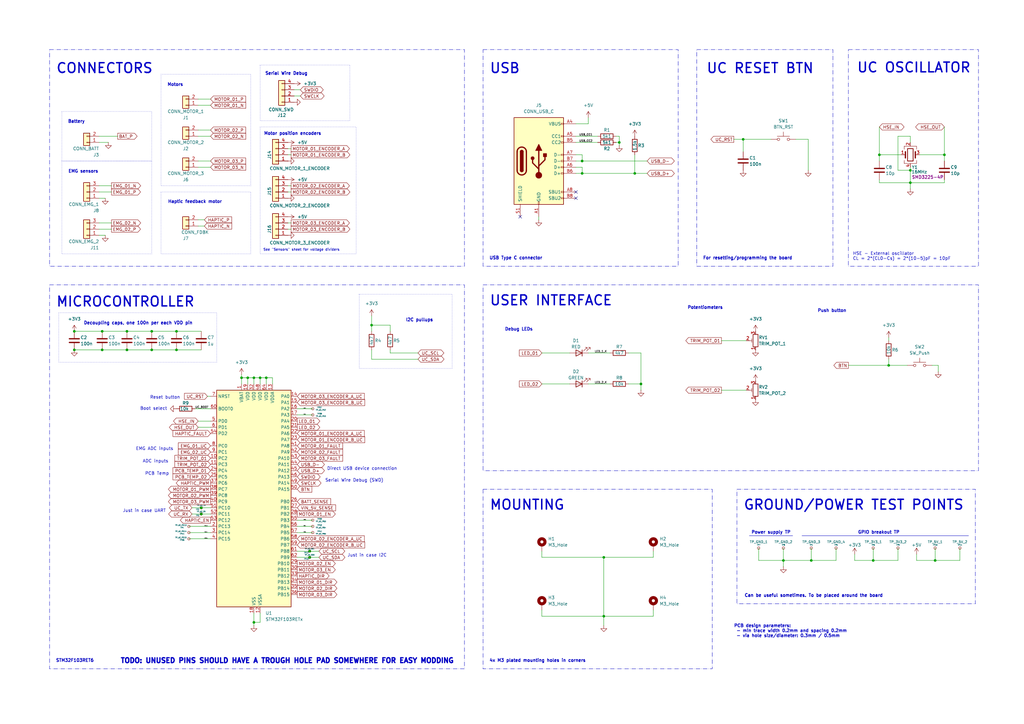
<source format=kicad_sch>
(kicad_sch (version 20231120) (generator "eeschema") (generator_version "8.0")
  (paper "A3")
  (title_block (title "OpenHand prosthetic hand controller project") (date "2025-01-31") (rev "v3.0") (comment 1 "Aleksa Heler"))
  (junction (at 41.91 143.51))
  (junction (at 82.55 208.28))
  (junction (at 30.48 135.89))
  (junction (at 260.35 71.12))
  (junction (at 30.48 143.51))
  (junction (at 321.31 229.87))
  (junction (at 104.14 255.27))
  (junction (at 72.39 135.89))
  (junction (at 152.4 133.35))
  (junction (at 127 226.06))
  (junction (at 82.55 210.82))
  (junction (at 254 58.42))
  (junction (at 304.8 57.15))
  (junction (at 72.39 143.51))
  (junction (at 52.07 135.89))
  (junction (at 62.23 143.51))
  (junction (at 373.38 74.93))
  (junction (at 387.35 63.5))
  (junction (at 62.23 135.89))
  (junction (at 262.89 157.48))
  (junction (at 238.76 66.04))
  (junction (at 99.06 154.94))
  (junction (at 373.38 69.85))
  (junction (at 104.14 154.94))
  (junction (at 101.6 154.94))
  (junction (at 247.65 228.6))
  (junction (at 358.14 229.87))
  (junction (at 364.49 149.86))
  (junction (at 360.68 63.5))
  (junction (at 127 228.6))
  (junction (at 52.07 143.51))
  (junction (at 383.54 229.87))
  (junction (at 109.22 154.94))
  (junction (at 332.74 229.87))
  (junction (at 247.65 252.73))
  (junction (at 41.91 135.89))
  (junction (at 106.68 154.94))
  (junction (at 238.76 71.12))
  (no_connect (at 236.22 81.28))
  (no_connect (at 213.36 88.9))
  (no_connect (at 236.22 78.74))
  (wire (pts (xy 82.55 210.82) (xy 78.74 210.82)))
  (wire (pts (xy 41.91 135.89) (xy 52.07 135.89)))
  (wire (pts (xy 238.76 71.12) (xy 260.35 71.12)))
  (wire (pts (xy 119.38 60.96) (xy 118.11 60.96)))
  (wire (pts (xy 111.76 157.48) (xy 111.76 154.94)))
  (wire (pts (xy 160.02 143.51) (xy 160.02 144.78)))
  (wire (pts (xy 30.48 135.89) (xy 41.91 135.89)))
  (wire (pts (xy 222.25 252.73) (xy 247.65 252.73)))
  (wire (pts (xy 80.01 167.64) (xy 86.36 167.64)))
  (wire (pts (xy 364.49 147.32) (xy 364.49 149.86)))
  (wire (pts (xy 119.38 63.5) (xy 118.11 63.5)))
  (wire (pts (xy 40.64 55.88) (xy 48.26 55.88)))
  (wire (pts (xy 40.64 81.28) (xy 43.18 81.28)))
  (polyline (pts (xy 328.93 219.71) (xy 397.256 219.71)))
  (wire (pts (xy 241.3 157.48) (xy 250.19 157.48)))
  (wire (pts (xy 81.28 68.58) (xy 86.36 68.58)))
  (wire (pts (xy 52.07 143.51) (xy 62.23 143.51)))
  (wire (pts (xy 121.92 167.64) (xy 128.27 167.64)))
  (wire (pts (xy 342.9 224.79) (xy 342.9 229.87)))
  (wire (pts (xy 321.31 232.41) (xy 321.31 229.87)))
  (wire (pts (xy 373.38 55.88) (xy 368.3 55.88)))
  (wire (pts (xy 260.35 63.5) (xy 260.35 71.12)))
  (wire (pts (xy 360.68 63.5) (xy 369.57 63.5)))
  (wire (pts (xy 152.4 135.89) (xy 152.4 133.35)))
  (wire (pts (xy 106.68 154.94) (xy 106.68 157.48)))
  (wire (pts (xy 331.47 69.85) (xy 331.47 57.15)))
  (wire (pts (xy 40.64 96.52) (xy 43.18 96.52)))
  (wire (pts (xy 383.54 229.87) (xy 393.7 229.87)))
  (wire (pts (xy 267.97 228.6) (xy 247.65 228.6)))
  (wire (pts (xy 40.64 91.44) (xy 45.72 91.44)))
  (wire (pts (xy 81.28 53.34) (xy 86.36 53.34)))
  (wire (pts (xy 99.06 154.94) (xy 99.06 157.48)))
  (wire (pts (xy 321.31 224.79) (xy 321.31 229.87)))
  (wire (pts (xy 393.7 224.79) (xy 393.7 229.87)))
  (wire (pts (xy 77.47 218.44) (xy 86.36 218.44)))
  (wire (pts (xy 387.35 73.66) (xy 387.35 74.93)))
  (wire (pts (xy 267.97 226.06) (xy 267.97 228.6)))
  (wire (pts (xy 236.22 68.58) (xy 238.76 68.58)))
  (wire (pts (xy 72.39 143.51) (xy 82.55 143.51)))
  (wire (pts (xy 241.3 144.78) (xy 250.19 144.78)))
  (wire (pts (xy 120.65 39.37) (xy 123.19 39.37)))
  (wire (pts (xy 152.4 129.54) (xy 152.4 133.35)))
  (wire (pts (xy 121.92 213.36) (xy 128.27 213.36)))
  (wire (pts (xy 387.35 63.5) (xy 387.35 66.04)))
  (wire (pts (xy 387.35 52.07) (xy 387.35 63.5)))
  (wire (pts (xy 252.73 55.88) (xy 254 55.88)))
  (wire (pts (xy 321.31 229.87) (xy 332.74 229.87)))
  (wire (pts (xy 377.19 63.5) (xy 387.35 63.5)))
  (wire (pts (xy 82.55 208.28) (xy 78.74 208.28)))
  (wire (pts (xy 358.14 229.87) (xy 368.3 229.87)))
  (wire (pts (xy 304.8 62.23) (xy 304.8 57.15)))
  (wire (pts (xy 81.28 90.17) (xy 83.82 90.17)))
  (wire (pts (xy 373.38 74.93) (xy 373.38 77.47)))
  (wire (pts (xy 241.3 50.8) (xy 241.3 48.26)))
  (wire (pts (xy 375.92 229.87) (xy 383.54 229.87)))
  (wire (pts (xy 373.38 58.42) (xy 373.38 55.88)))
  (wire (pts (xy 220.98 88.9) (xy 220.98 90.17)))
  (wire (pts (xy 104.14 154.94) (xy 106.68 154.94)))
  (wire (pts (xy 300.99 57.15) (xy 304.8 57.15)))
  (wire (pts (xy 332.74 229.87) (xy 342.9 229.87)))
  (wire (pts (xy 99.06 153.67) (xy 99.06 154.94)))
  (wire (pts (xy 382.27 149.86) (xy 384.81 149.86)))
  (wire (pts (xy 254 55.88) (xy 254 58.42)))
  (wire (pts (xy 247.65 228.6) (xy 247.65 252.73)))
  (wire (pts (xy 85.09 162.56) (xy 86.36 162.56)))
  (wire (pts (xy 222.25 250.19) (xy 222.25 252.73)))
  (wire (pts (xy 257.81 157.48) (xy 262.89 157.48)))
  (wire (pts (xy 121.92 218.44) (xy 128.27 218.44)))
  (wire (pts (xy 368.3 69.85) (xy 373.38 69.85)))
  (wire (pts (xy 247.65 256.54) (xy 247.65 252.73)))
  (wire (pts (xy 120.65 36.83) (xy 123.19 36.83)))
  (polyline (pts (xy 307.34 219.71) (xy 325.12 219.71)))
  (wire (pts (xy 373.38 68.58) (xy 373.38 69.85)))
  (wire (pts (xy 347.98 149.86) (xy 364.49 149.86)))
  (wire (pts (xy 119.38 78.74) (xy 118.11 78.74)))
  (wire (pts (xy 373.38 69.85) (xy 373.38 74.93)))
  (wire (pts (xy 127 226.06) (xy 121.92 226.06)))
  (wire (pts (xy 152.4 133.35) (xy 160.02 133.35)))
  (wire (pts (xy 81.28 66.04) (xy 86.36 66.04)))
  (wire (pts (xy 236.22 50.8) (xy 241.3 50.8)))
  (wire (pts (xy 331.47 57.15) (xy 326.39 57.15)))
  (wire (pts (xy 41.91 143.51) (xy 52.07 143.51)))
  (wire (pts (xy 119.38 91.44) (xy 118.11 91.44)))
  (wire (pts (xy 104.14 256.54) (xy 104.14 255.27)))
  (wire (pts (xy 30.48 143.51) (xy 41.91 143.51)))
  (wire (pts (xy 311.15 229.87) (xy 321.31 229.87)))
  (wire (pts (xy 152.4 147.32) (xy 171.45 147.32)))
  (wire (pts (xy 81.28 175.26) (xy 86.36 175.26)))
  (wire (pts (xy 238.76 63.5) (xy 238.76 66.04)))
  (wire (pts (xy 121.92 170.18) (xy 128.27 170.18)))
  (wire (pts (xy 373.38 74.93) (xy 360.68 74.93)))
  (wire (pts (xy 81.28 172.72) (xy 86.36 172.72)))
  (wire (pts (xy 81.28 55.88) (xy 86.36 55.88)))
  (wire (pts (xy 121.92 215.9) (xy 128.27 215.9)))
  (wire (pts (xy 160.02 133.35) (xy 160.02 135.89)))
  (wire (pts (xy 40.64 93.98) (xy 45.72 93.98)))
  (wire (pts (xy 101.6 154.94) (xy 101.6 157.48)))
  (wire (pts (xy 267.97 252.73) (xy 267.97 250.19)))
  (wire (pts (xy 295.91 160.02) (xy 306.07 160.02)))
  (wire (pts (xy 260.35 71.12) (xy 265.43 71.12)))
  (wire (pts (xy 238.76 66.04) (xy 265.43 66.04)))
  (wire (pts (xy 358.14 224.79) (xy 358.14 229.87)))
  (wire (pts (xy 360.68 52.07) (xy 360.68 63.5)))
  (wire (pts (xy 360.68 66.04) (xy 360.68 63.5)))
  (wire (pts (xy 119.38 93.98) (xy 118.11 93.98)))
  (wire (pts (xy 222.25 228.6) (xy 222.25 226.06)))
  (wire (pts (xy 387.35 74.93) (xy 373.38 74.93)))
  (wire (pts (xy 236.22 63.5) (xy 238.76 63.5)))
  (wire (pts (xy 109.22 154.94) (xy 109.22 157.48)))
  (wire (pts (xy 238.76 71.12) (xy 236.22 71.12)))
  (wire (pts (xy 106.68 251.46) (xy 106.68 255.27)))
  (wire (pts (xy 360.68 74.93) (xy 360.68 73.66)))
  (wire (pts (xy 77.47 215.9) (xy 86.36 215.9)))
  (wire (pts (xy 109.22 154.94) (xy 111.76 154.94)))
  (wire (pts (xy 101.6 154.94) (xy 99.06 154.94)))
  (wire (pts (xy 368.3 224.79) (xy 368.3 229.87)))
  (wire (pts (xy 77.47 220.98) (xy 86.36 220.98)))
  (wire (pts (xy 245.11 55.88) (xy 236.22 55.88)))
  (wire (pts (xy 82.55 208.28) (xy 86.36 208.28)))
  (wire (pts (xy 254 59.69) (xy 254 58.42)))
  (wire (pts (xy 262.89 144.78) (xy 262.89 157.48)))
  (wire (pts (xy 130.81 228.6) (xy 127 228.6)))
  (wire (pts (xy 62.23 135.89) (xy 72.39 135.89)))
  (wire (pts (xy 384.81 149.86) (xy 384.81 152.4)))
  (wire (pts (xy 104.14 157.48) (xy 104.14 154.94)))
  (wire (pts (xy 104.14 255.27) (xy 106.68 255.27)))
  (wire (pts (xy 81.28 43.18) (xy 86.36 43.18)))
  (wire (pts (xy 332.74 224.79) (xy 332.74 229.87)))
  (wire (pts (xy 40.64 76.2) (xy 45.72 76.2)))
  (wire (pts (xy 262.89 160.02) (xy 262.89 157.48)))
  (wire (pts (xy 40.64 78.74) (xy 45.72 78.74)))
  (wire (pts (xy 82.55 210.82) (xy 86.36 210.82)))
  (wire (pts (xy 52.07 135.89) (xy 62.23 135.89)))
  (wire (pts (xy 127 228.6) (xy 121.92 228.6)))
  (wire (pts (xy 375.92 229.87) (xy 375.92 227.33)))
  (wire (pts (xy 252.73 58.42) (xy 254 58.42)))
  (wire (pts (xy 222.25 157.48) (xy 233.68 157.48)))
  (wire (pts (xy 81.28 92.71) (xy 83.82 92.71)))
  (wire (pts (xy 160.02 144.78) (xy 171.45 144.78)))
  (wire (pts (xy 238.76 66.04) (xy 236.22 66.04)))
  (wire (pts (xy 368.3 55.88) (xy 368.3 69.85)))
  (wire (pts (xy 247.65 228.6) (xy 222.25 228.6)))
  (wire (pts (xy 222.25 144.78) (xy 233.68 144.78)))
  (wire (pts (xy 311.15 224.79) (xy 311.15 229.87)))
  (wire (pts (xy 364.49 149.86) (xy 372.11 149.86)))
  (wire (pts (xy 152.4 147.32) (xy 152.4 143.51)))
  (wire (pts (xy 350.52 229.87) (xy 350.52 227.33)))
  (wire (pts (xy 106.68 154.94) (xy 109.22 154.94)))
  (wire (pts (xy 72.39 135.89) (xy 82.55 135.89)))
  (wire (pts (xy 104.14 251.46) (xy 104.14 255.27)))
  (wire (pts (xy 295.91 139.7) (xy 306.07 139.7)))
  (wire (pts (xy 238.76 68.58) (xy 238.76 71.12)))
  (wire (pts (xy 304.8 57.15) (xy 316.23 57.15)))
  (wire (pts (xy 40.64 58.42) (xy 44.45 58.42)))
  (wire (pts (xy 350.52 229.87) (xy 358.14 229.87)))
  (wire (pts (xy 247.65 252.73) (xy 267.97 252.73)))
  (wire (pts (xy 101.6 154.94) (xy 104.14 154.94)))
  (wire (pts (xy 245.11 58.42) (xy 236.22 58.42)))
  (wire (pts (xy 130.81 226.06) (xy 127 226.06)))
  (wire (pts (xy 364.49 138.43) (xy 364.49 139.7)))
  (wire (pts (xy 62.23 143.51) (xy 72.39 143.51)))
  (wire (pts (xy 81.28 40.64) (xy 86.36 40.64)))
  (wire (pts (xy 257.81 144.78) (xy 262.89 144.78)))
  (wire (pts (xy 383.54 224.79) (xy 383.54 229.87)))
  (wire (pts (xy 119.38 76.2) (xy 118.11 76.2)))
  (rectangle (start 20.32 20.32) (end 190.5 109.22) (stroke (width 0) (type dash_dot)))
  (rectangle (start 198.12 20.32) (end 278.13 109.22) (stroke (width 0) (type dash_dot)))
  (rectangle (start 347.98 20.32) (end 401.32 109.22) (stroke (width 0) (type dash_dot)))
  (rectangle (start 198.12 116.84) (end 401.32 193.04) (stroke (width 0) (type dash_dot)))
  (rectangle (start 147.32 120.65) (end 185.42 151.13) (stroke (width 0) (type dot)))
  (rectangle (start 302.26 200.66) (end 400.05 247.65) (stroke (width 0) (type dash_dot)))
  (rectangle (start 24.13 128.27) (end 88.9 148.59) (stroke (width 0) (type dot)))
  (rectangle (start 198.12 200.66) (end 292.1 274.32) (stroke (width 0) (type dash_dot)))
  (rectangle (start 106.68 52.07) (end 146.05 104.14) (stroke (width 0) (type dot)))
  (rectangle (start 25.4 45.72) (end 62.23 66.04) (stroke (width 0) (type dot)))
  (rectangle (start 106.68 26.67) (end 143.51 49.53) (stroke (width 0) (type dot)))
  (rectangle (start 25.4 66.04) (end 62.23 104.14) (stroke (width 0) (type dot)))
  (rectangle (start 285.75 20.32) (end 341.63 109.22) (stroke (width 0) (type dash_dot)))
  (rectangle (start 66.04 78.74) (end 102.87 104.14) (stroke (width 0) (type dot)))
  (rectangle (start 20.32 116.84) (end 190.5 274.32) (stroke (width 0) (type dash_dot)))
  (rectangle (start 66.04 30.48) (end 102.87 76.2) (stroke (width 0) (type dot)))
  (text "I2C pullups" (at 166.37 132.08 0) (effects (font (size 1.27 1.27) (thickness 0.254) (bold yes)) (justify left bottom)))
  (text "Debug LEDs" (at 207.01 135.89 0) (effects (font (size 1.27 1.27) (bold yes)) (justify left bottom)))
  (text "UC RESET BTN" (at 289.56 30.48 0) (effects (font (size 4 4) (thickness 0.6) (bold yes)) (justify left bottom)))
  (text "Potentiometers" (at 281.94 127 0) (effects (font (size 1.27 1.27) (bold yes)) (justify left bottom)))
  (text "ADC inputs" (at 69.088 189.992 0) (effects (font (size 1.27 1.27)) (justify right bottom)))
  (text "Serial Wire Debug (SWD)" (at 133.35 197.866 0) (effects (font (size 1.27 1.27)) (justify left bottom)))
  (text "MICROCONTROLLER" (at 22.86 126.238 0) (effects (font (size 4 4) (thickness 0.6) (bold yes)) (justify left bottom)))
  (text "Battery" (at 27.8128 50.6759 0) (effects (font (size 1.27 1.27) (bold yes)) (justify left bottom)))
  (text "PCB Temp" (at 69.342 195.072 0) (effects (font (size 1.27 1.27)) (justify right bottom)))
  (text "Haptic feedback motor" (at 68.834 83.566 0) (effects (font (size 1.27 1.27) (bold yes)) (justify left bottom)))
  (text "Reset button" (at 73.914 163.83 0) (effects (font (size 1.27 1.27)) (justify right bottom)))
  (text "Just in case I2C" (at 142.494 228.6 0) (effects (font (size 1.27 1.27)) (justify left bottom)))
  (text "USB" (at 200.66 30.48 0) (effects (font (size 4 4) (thickness 0.6) (bold yes)) (justify left bottom)))
  (text "Push button" (at 335.28 128.27 0) (effects (font (size 1.27 1.27) (bold yes)) (justify left bottom)))
  (text "4x M3 plated mounting holes in corners" (at 200.66 271.78 0) (effects (font (size 1.27 1.27) (bold yes)) (justify left bottom)))
  (text "TODO: UNUSED PINS SHOULD HAVE A TROUGH HOLE PAD SOMEWHERE FOR EASY MODDING" (at 49.276 272.288 0) (effects (font (size 2 2) (thickness 0.6) (bold yes)) (justify left bottom)))
  (text "Power supply TP" (at 316.23 218.44 0) (effects (font (size 1.27 1.27) (bold yes))))
  (text "Motors" (at 68.58 35.56 0) (effects (font (size 1.27 1.27) (bold yes)) (justify left bottom)))
  (text "MOUNTING" (at 200.66 209.55 0) (effects (font (size 4 4) (thickness 0.6) (bold yes)) (justify left bottom)))
  (text "CONNECTORS" (at 22.86 30.48 0) (effects (font (size 4 4) (thickness 0.6) (bold yes)) (justify left bottom)))
  (text "PCB design parameters:\n - min trace width 0.2mm and spacing 0.2mm\n - via hole size/diameter: 0.3mm / 0.5mm" (at 300.99 261.62 0) (effects (font (size 1.27 1.27) (bold yes)) (justify left bottom)))
  (text "EMG ADC inputs" (at 71.12 184.912 0) (effects (font (size 1.27 1.27)) (justify right bottom)))
  (text "For resetting/programming the board" (at 288.29 106.68 0) (effects (font (size 1.27 1.27) (bold yes)) (justify left bottom)))
  (text "Can be useful sometimes. To be placed around the board" (at 305.308 245.11 0) (effects (font (size 1.27 1.27) (bold yes)) (justify left bottom)))
  (text "USB Type C connector" (at 200.66 106.68 0) (effects (font (size 1.27 1.27) (bold yes)) (justify left bottom)))
  (text "Decoupling caps, one 100n per each VDD pin" (at 34.29 133.35 0) (effects (font (size 1.27 1.27) (thickness 0.254) (bold yes)) (justify left bottom)))
  (text "USER INTERFACE" (at 200.66 125.73 0) (effects (font (size 4 4) (thickness 0.6) (bold yes)) (justify left bottom)))
  (text "STM32F103RET6 " (at 22.86 271.78 0) (effects (font (size 1.27 1.27) (bold yes)) (justify left bottom)))
  (text "GROUND/POWER TEST POINTS" (at 304.8 209.55 0) (effects (font (size 4 4) (thickness 0.6) (bold yes)) (justify left bottom)))
  (text "Boot select" (at 68.58 168.402 0) (effects (font (size 1.27 1.27)) (justify right bottom)))
  (text "GPIO breakout TP" (at 360.426 218.44 0) (effects (font (size 1.27 1.27) (bold yes))))
  (text "EMG sensors" (at 27.94 71.12 0) (effects (font (size 1.27 1.27) (bold yes)) (justify left bottom)))
  (text "Direct USB device connection" (at 134.112 193.04 0) (effects (font (size 1.27 1.27)) (justify left bottom)))
  (text "HSE - External oscillator\nCL = 2*(CL0-Cs) = 2*(10-5)pF = 10pF" (at 349.758 103.378 0) (effects (font (size 1.27 1.27)) (justify left top)))
  (text "See \"Sensors\" sheet for voltage dividers" (at 107.95 103.124 0) (effects (font (size 1 1)) (justify left bottom)))
  (text "UC OSCILLATOR" (at 351.282 30.226 0) (effects (font (size 4 4) (thickness 0.6) (bold yes)) (justify left bottom)))
  (text "Just in case UART" (at 68.072 210.312 0) (effects (font (size 1.27 1.27)) (justify right bottom)))
  (text "Serial Wire Debug" (at 108.712 30.988 0) (effects (font (size 1.27 1.27) (bold yes)) (justify left bottom)))
  (text "Motor position encoders" (at 108.204 55.626 0) (effects (font (size 1.27 1.27) (bold yes)) (justify left bottom)))
  (label "PA2" (at 124.46 167.64 0) (effects (font (size 0.3 0.3))))
  (label "LED_1_K" (at 243.84 144.78 0) (effects (font (size 0.8 0.8))))
  (label "PB4" (at 124.46 215.9 0) (effects (font (size 0.3 0.3))))
  (label "USB_CC1" (at 237.49 55.88 0) (effects (font (size 0.8 0.8))))
  (label "PB3" (at 124.46 213.36 0) (effects (font (size 0.3 0.3))))
  (label "USB_CC2" (at 237.49 58.42 0) (effects (font (size 0.8 0.8))))
  (label "PC14" (at 83.82 218.44 0) (effects (font (size 0.3 0.3))))
  (label "LED_2_K" (at 243.84 157.48 0) (effects (font (size 0.8 0.8))))
  (label "PC15" (at 83.82 220.98 0) (effects (font (size 0.3 0.3))))
  (label "PB5" (at 124.46 218.44 0) (effects (font (size 0.3 0.3))))
  (label "PC13" (at 83.82 215.9 0) (effects (font (size 0.3 0.3))))
  (label "UC_BOOT" (at 80.01 167.64 0) (effects (font (size 0.8 0.8))))
  (label "PA3" (at 124.46 170.18 0) (effects (font (size 0.3 0.3))))
  (global_label "MOTOR_01_DIR" (shape output) (at 121.92 238.76 0) (property "Intersheetrefs" "${INTERSHEET_REFS}" (effects (hide yes))))
  (global_label "UC_SDA" (shape bidirectional) (at 130.81 228.6 0) (property "Intersheetrefs" "${INTERSHEET_REFS}" (effects (hide yes))))
  (global_label "UC_SDA" (shape bidirectional) (at 171.45 147.32 0) (property "Intersheetrefs" "${INTERSHEET_REFS}" (effects (hide yes))))
  (global_label "HAPTIC_EN" (shape output) (at 86.36 213.36 180) (property "Intersheetrefs" "${INTERSHEET_REFS}" (effects (hide yes))))
  (global_label "MOTOR_02_ENCODER_B" (shape output) (at 119.38 78.74 0) (property "Intersheetrefs" "${INTERSHEET_REFS}" (effects (hide yes))))
  (global_label "MOTOR_01_ENCODER_A_UC" (shape input) (at 121.92 177.8 0) (property "Intersheetrefs" "${INTERSHEET_REFS}" (effects (hide yes))))
  (global_label "MOTOR_02_ENCODER_B_UC" (shape input) (at 121.92 223.52 0) (property "Intersheetrefs" "${INTERSHEET_REFS}" (effects (hide yes))))
  (global_label "MOTOR_03_ENCODER_B" (shape output) (at 119.38 93.98 0) (property "Intersheetrefs" "${INTERSHEET_REFS}" (effects (hide yes))))
  (global_label "UC_SCL" (shape bidirectional) (at 171.45 144.78 0) (property "Intersheetrefs" "${INTERSHEET_REFS}" (effects (hide yes))))
  (global_label "MOTOR_03_P" (shape input) (at 86.36 66.04 0) (property "Intersheetrefs" "${INTERSHEET_REFS}" (effects (hide yes))))
  (global_label "BATT_SENSE" (shape input) (at 121.92 205.74 0) (property "Intersheetrefs" "${INTERSHEET_REFS}" (effects (hide yes))))
  (global_label "MOTOR_03_EN" (shape output) (at 121.92 233.68 0) (property "Intersheetrefs" "${INTERSHEET_REFS}" (effects (hide yes))))
  (global_label "MOTOR_01_ENCODER_A" (shape output) (at 119.38 60.96 0) (property "Intersheetrefs" "${INTERSHEET_REFS}" (effects (hide yes))))
  (global_label "TRIM_POT_01" (shape output) (at 295.91 139.7 180) (property "Intersheetrefs" "${INTERSHEET_REFS}" (effects (hide yes))))
  (global_label "USB_D+" (shape bidirectional) (at 265.43 71.12 0) (property "Intersheetrefs" "${INTERSHEET_REFS}" (effects (hide yes))))
  (global_label "LED_01" (shape output) (at 121.92 172.72 0) (property "Intersheetrefs" "${INTERSHEET_REFS}" (effects (hide yes))))
  (global_label "VIN_5V_SENSE" (shape input) (at 121.92 208.28 0) (property "Intersheetrefs" "${INTERSHEET_REFS}" (effects (hide yes))))
  (global_label "MOTOR_01_P" (shape input) (at 86.36 40.64 0) (property "Intersheetrefs" "${INTERSHEET_REFS}" (effects (hide yes))))
  (global_label "HAPTIC_FAULT" (shape input) (at 86.36 177.8 180) (property "Intersheetrefs" "${INTERSHEET_REFS}" (effects (hide yes))))
  (global_label "SWCLK" (shape bidirectional) (at 123.19 39.37 0) (property "Intersheetrefs" "${INTERSHEET_REFS}" (effects (hide yes))))
  (global_label "TRIM_POT_01" (shape input) (at 86.36 187.96 180) (property "Intersheetrefs" "${INTERSHEET_REFS}" (effects (hide yes))))
  (global_label "MOTOR_02_EN" (shape output) (at 121.92 231.14 0) (property "Intersheetrefs" "${INTERSHEET_REFS}" (effects (hide yes))))
  (global_label "UC_RX" (shape bidirectional) (at 78.74 210.82 180) (property "Intersheetrefs" "${INTERSHEET_REFS}" (effects (hide yes))))
  (global_label "MOTOR_02_DIR" (shape output) (at 121.92 241.3 0) (property "Intersheetrefs" "${INTERSHEET_REFS}" (effects (hide yes))))
  (global_label "EMG_02_N" (shape output) (at 45.72 91.44 0) (property "Intersheetrefs" "${INTERSHEET_REFS}" (effects (hide yes))))
  (global_label "HSE_OUT" (shape bidirectional) (at 81.28 175.26 180) (property "Intersheetrefs" "${INTERSHEET_REFS}" (effects (hide yes))))
  (global_label "MOTOR_03_DIR" (shape output) (at 121.92 243.84 0) (property "Intersheetrefs" "${INTERSHEET_REFS}" (effects (hide yes))))
  (global_label "MOTOR_01_PWM" (shape output) (at 86.36 200.66 180) (property "Intersheetrefs" "${INTERSHEET_REFS}" (effects (hide yes))))
  (global_label "HAPTIC_P" (shape input) (at 83.82 90.17 0) (property "Intersheetrefs" "${INTERSHEET_REFS}" (effects (hide yes))))
  (global_label "MOTOR_01_FAULT" (shape input) (at 121.92 182.88 0) (property "Intersheetrefs" "${INTERSHEET_REFS}" (effects (hide yes))))
  (global_label "MOTOR_01_EN" (shape output) (at 121.92 210.82 0) (property "Intersheetrefs" "${INTERSHEET_REFS}" (effects (hide yes))))
  (global_label "HSE_IN" (shape bidirectional) (at 360.68 52.07 0) (property "Intersheetrefs" "${INTERSHEET_REFS}" (effects (hide yes))))
  (global_label "BAT_P" (shape output) (at 48.26 55.88 0) (property "Intersheetrefs" "${INTERSHEET_REFS}" (effects (hide yes))))
  (global_label "MOTOR_01_ENCODER_B_UC" (shape input) (at 121.92 180.34 0) (property "Intersheetrefs" "${INTERSHEET_REFS}" (effects (hide yes))))
  (global_label "LED_02" (shape input) (at 222.25 157.48 180) (property "Intersheetrefs" "${INTERSHEET_REFS}" (effects (hide yes))))
  (global_label "LED_02" (shape output) (at 121.92 175.26 0) (property "Intersheetrefs" "${INTERSHEET_REFS}" (effects (hide yes))))
  (global_label "UC_SCL" (shape bidirectional) (at 130.81 226.06 0) (property "Intersheetrefs" "${INTERSHEET_REFS}" (effects (hide yes))))
  (global_label "MOTOR_01_N" (shape input) (at 86.36 43.18 0) (property "Intersheetrefs" "${INTERSHEET_REFS}" (effects (hide yes))))
  (global_label "MOTOR_02_P" (shape input) (at 86.36 53.34 0) (property "Intersheetrefs" "${INTERSHEET_REFS}" (effects (hide yes))))
  (global_label "MOTOR_01_ENCODER_B" (shape output) (at 119.38 63.5 0) (property "Intersheetrefs" "${INTERSHEET_REFS}" (effects (hide yes))))
  (global_label "BTN" (shape input) (at 121.92 200.66 0) (property "Intersheetrefs" "${INTERSHEET_REFS}" (effects (hide yes))))
  (global_label "MOTOR_03_ENCODER_A" (shape output) (at 119.38 91.44 0) (property "Intersheetrefs" "${INTERSHEET_REFS}" (effects (hide yes))))
  (global_label "USB_D+" (shape bidirectional) (at 121.92 193.04 0) (property "Intersheetrefs" "${INTERSHEET_REFS}" (effects (hide yes))))
  (global_label "EMG_02_P" (shape output) (at 45.72 93.98 0) (property "Intersheetrefs" "${INTERSHEET_REFS}" (effects (hide yes))))
  (global_label "HSE_OUT" (shape bidirectional) (at 387.35 52.07 180) (property "Intersheetrefs" "${INTERSHEET_REFS}" (effects (hide yes))))
  (global_label "EMG_01_N" (shape output) (at 45.72 76.2 0) (property "Intersheetrefs" "${INTERSHEET_REFS}" (effects (hide yes))))
  (global_label "MOTOR_02_ENCODER_A" (shape output) (at 119.38 76.2 0) (property "Intersheetrefs" "${INTERSHEET_REFS}" (effects (hide yes))))
  (global_label "HAPTIC_DIR" (shape output) (at 121.92 236.22 0) (property "Intersheetrefs" "${INTERSHEET_REFS}" (effects (hide yes))))
  (global_label "UC_TX" (shape bidirectional) (at 78.74 208.28 180) (property "Intersheetrefs" "${INTERSHEET_REFS}" (effects (hide yes))))
  (global_label "SWCLK" (shape bidirectional) (at 121.92 198.12 0) (property "Intersheetrefs" "${INTERSHEET_REFS}" (effects (hide yes))))
  (global_label "MOTOR_02_ENCODER_A_UC" (shape input) (at 121.92 220.98 0) (property "Intersheetrefs" "${INTERSHEET_REFS}" (effects (hide yes))))
  (global_label "USB_D-" (shape bidirectional) (at 265.43 66.04 0) (property "Intersheetrefs" "${INTERSHEET_REFS}" (effects (hide yes))))
  (global_label "BTN" (shape output) (at 347.98 149.86 180) (property "Intersheetrefs" "${INTERSHEET_REFS}" (effects (hide yes))))
  (global_label "MOTOR_02_N" (shape input) (at 86.36 55.88 0) (property "Intersheetrefs" "${INTERSHEET_REFS}" (effects (hide yes))))
  (global_label "UC_RST" (shape input) (at 85.09 162.56 180) (property "Intersheetrefs" "${INTERSHEET_REFS}" (effects (hide yes))))
  (global_label "PCB_TEMP_01" (shape input) (at 86.36 193.04 180) (property "Intersheetrefs" "${INTERSHEET_REFS}" (effects (hide yes))))
  (global_label "MOTOR_03_FAULT" (shape input) (at 121.92 187.96 0) (property "Intersheetrefs" "${INTERSHEET_REFS}" (effects (hide yes))))
  (global_label "SWDIO" (shape bidirectional) (at 121.92 195.58 0) (property "Intersheetrefs" "${INTERSHEET_REFS}" (effects (hide yes))))
  (global_label "MOTOR_02_PWM" (shape output) (at 86.36 203.2 180) (property "Intersheetrefs" "${INTERSHEET_REFS}" (effects (hide yes))))
  (global_label "EMG_02_UC" (shape input) (at 86.36 185.42 180) (property "Intersheetrefs" "${INTERSHEET_REFS}" (effects (hide yes))))
  (global_label "HSE_IN" (shape bidirectional) (at 81.28 172.72 180) (property "Intersheetrefs" "${INTERSHEET_REFS}" (effects (hide yes))))
  (global_label "MOTOR_02_FAULT" (shape input) (at 121.92 185.42 0) (property "Intersheetrefs" "${INTERSHEET_REFS}" (effects (hide yes))))
  (global_label "LED_01" (shape input) (at 222.25 144.78 180) (property "Intersheetrefs" "${INTERSHEET_REFS}" (effects (hide yes))))
  (global_label "USB_D-" (shape bidirectional) (at 121.92 190.5 0) (property "Intersheetrefs" "${INTERSHEET_REFS}" (effects (hide yes))))
  (global_label "TRIM_POT_02" (shape input) (at 86.36 190.5 180) (property "Intersheetrefs" "${INTERSHEET_REFS}" (effects (hide yes))))
  (global_label "MOTOR_03_PWM" (shape output) (at 86.36 205.74 180) (property "Intersheetrefs" "${INTERSHEET_REFS}" (effects (hide yes))))
  (global_label "SWDIO" (shape bidirectional) (at 123.19 36.83 0) (property "Intersheetrefs" "${INTERSHEET_REFS}" (effects (hide yes))))
  (global_label "PCB_TEMP_02" (shape input) (at 86.36 195.58 180) (property "Intersheetrefs" "${INTERSHEET_REFS}" (effects (hide yes))))
  (global_label "TRIM_POT_02" (shape output) (at 295.91 160.02 180) (property "Intersheetrefs" "${INTERSHEET_REFS}" (effects (hide yes))))
  (global_label "MOTOR_03_ENCODER_B_UC" (shape input) (at 121.92 165.1 0) (property "Intersheetrefs" "${INTERSHEET_REFS}" (effects (hide yes))))
  (global_label "MOTOR_03_N" (shape input) (at 86.36 68.58 0) (property "Intersheetrefs" "${INTERSHEET_REFS}" (effects (hide yes))))
  (global_label "MOTOR_03_ENCODER_A_UC" (shape input) (at 121.92 162.56 0) (property "Intersheetrefs" "${INTERSHEET_REFS}" (effects (hide yes))))
  (global_label "UC_RST" (shape output) (at 300.99 57.15 180) (property "Intersheetrefs" "${INTERSHEET_REFS}" (effects (hide yes))))
  (global_label "EMG_01_UC" (shape input) (at 86.36 182.88 180) (property "Intersheetrefs" "${INTERSHEET_REFS}" (effects (hide yes))))
  (global_label "HAPTIC_N" (shape input) (at 83.82 92.71 0) (property "Intersheetrefs" "${INTERSHEET_REFS}" (effects (hide yes))))
  (global_label "EMG_01_P" (shape output) (at 45.72 78.74 0) (property "Intersheetrefs" "${INTERSHEET_REFS}" (effects (hide yes))))
  (global_label "HAPTIC_PWM" (shape output) (at 86.36 198.12 180) (property "Intersheetrefs" "${INTERSHEET_REFS}" (effects (hide yes))))
  (symbol (lib_id "Connector:TestPoint_Small") (at 383.54 224.79 180) (unit 1)
    (property "Reference" "TP10" (at 383.54 223.52 0) (effects (font (size 0.5 0.5))))
    (property "Value" "TP_5V_1" (at 383.54 222.25 0) (effects (font (size 1 1))))
    (property "Footprint" "TestPoint:TestPoint_THTPad_D1.5mm_Drill0.7mm" (effects (hide yes)))
  )
  (symbol (lib_id "Device:Crystal_GND24") (at 373.38 63.5 0) (unit 1)
    (property "Reference" "Y1" (at 375.158 68.58 0))
    (property "Value" "16MHz" (at 377.063 70.485 0))
    (property "Footprint" "Crystal:Crystal_SMD_3225-4Pin_3.2x2.5mm" (effects (hide yes)))
    (property "Description" "Four pin crystal, GND on pins 2 and 4" (effects (hide yes)))
    (property "Footprint Desc" "SMD3225-4P" (at 380.492 72.644 0))
  )
  (symbol (lib_id "power:+3V3") (at 309.88 135.89 0) (unit 1)
    (property "Reference" "#PWR021" (effects (hide yes)))
    (property "Value" "+3V3" (at 309.88 130.81 0))
  )
  (symbol (lib_id "Device:C") (at 72.39 139.7 0) (unit 1)
    (property "Reference" "C6" (at 74.93 138.43 0) (effects (justify left)))
    (property "Value" "100n" (at 74.93 140.97 0) (effects (justify left)))
    (property "Footprint" "Capacitor_SMD:C_0805_2012Metric" (effects (hide yes)))
  )
  (symbol (lib_id "power:GND") (at 304.8 69.85 0) (unit 1)
    (property "Reference" "#PWR07" (effects (hide yes)))
    (property "Value" "GND" (effects (hide yes)))
    (property "Description" "Power symbol creates a global label with name \"GND\" , ground" (effects (hide yes)))
  )
  (symbol (lib_id "Device:C") (at 30.48 139.7 0) (unit 1)
    (property "Reference" "C2" (at 33.02 138.43 0) (effects (justify left)))
    (property "Value" "100n" (at 33.02 140.97 0) (effects (justify left)))
    (property "Footprint" "Capacitor_SMD:C_0805_2012Metric" (effects (hide yes)))
  )
  (symbol (lib_id "Device:R") (at 152.4 139.7 180) (unit 1)
    (property "Reference" "R4" (at 153.67 139.7 0) (effects (justify right)))
    (property "Value" "4k7" (at 152.4 139.7 90))
    (property "Footprint" "Resistor_SMD:R_0805_2012Metric" (effects (hide yes)))
  )
  (symbol (lib_id "power:GND") (at 309.88 163.83 0) (unit 1)
    (property "Reference" "#PWR029" (effects (hide yes)))
    (property "Value" "GND" (effects (hide yes)))
    (property "Description" "Power symbol creates a global label with name \"GND\" , ground" (effects (hide yes)))
  )
  (symbol (lib_id "power:GND") (at 262.89 160.02 0) (unit 1)
    (property "Reference" "#PWR027" (effects (hide yes)))
    (property "Value" "GND" (effects (hide yes)))
    (property "Description" "Power symbol creates a global label with name \"GND\" , ground" (effects (hide yes)))
  )
  (symbol (lib_id "Device:C") (at 82.55 139.7 0) (unit 1)
    (property "Reference" "C7" (at 85.09 138.43 0) (effects (justify left)))
    (property "Value" "1u" (at 85.09 140.97 0) (effects (justify left)))
    (property "Footprint" "Capacitor_SMD:C_0805_2012Metric" (effects (hide yes)))
  )
  (symbol (lib_id "Device:C") (at 52.07 139.7 0) (unit 1)
    (property "Reference" "C4" (at 54.61 138.43 0) (effects (justify left)))
    (property "Value" "100n" (at 54.61 140.97 0) (effects (justify left)))
    (property "Footprint" "Capacitor_SMD:C_0805_2012Metric" (effects (hide yes)))
  )
  (symbol (lib_id "Connector:TestPoint_Small") (at 127 226.06 180) (unit 1)
    (property "Reference" "TP12" (at 125.603 226.695 0) (effects (font (size 0.5 0.5))))
    (property "Value" "TP_UC_SCL" (at 127 225.044 0) (effects (font (size 0.5 0.5))))
    (property "Footprint" "TestPoint:TestPoint_THTPad_D1.5mm_Drill0.7mm" (effects (hide yes)))
  )
  (symbol (lib_id "power:GND") (at 384.81 152.4 0) (unit 1)
    (property "Reference" "#PWR025" (effects (hide yes)))
    (property "Value" "GND" (effects (hide yes)))
    (property "Description" "Power symbol creates a global label with name \"GND\" , ground" (effects (hide yes)))
  )
  (symbol (lib_id "Connector:TestPoint_Small") (at 332.74 224.79 180) (unit 1)
    (property "Reference" "TP1" (at 332.74 223.52 0) (effects (font (size 0.5 0.5))))
    (property "Value" "TP_GND_3" (at 332.74 222.25 0) (effects (font (size 1 1))))
    (property "Footprint" "TestPoint:TestPoint_THTPad_D1.5mm_Drill0.7mm" (effects (hide yes)))
  )
  (symbol (lib_id "Device:LED") (at 237.49 144.78 180) (unit 1)
    (property "Reference" "D1" (at 236.22 139.7 0))
    (property "Value" "RED" (at 236.22 142.24 0))
    (property "Footprint" "LED_SMD:LED_1210_3225Metric" (effects (hide yes)))
  )
  (symbol (lib_id "Connector:TestPoint_Small") (at 342.9 224.79 180) (unit 1)
    (property "Reference" "TP5" (at 342.9 223.52 0) (effects (font (size 0.5 0.5))))
    (property "Value" "TP_GND_4" (at 342.9 222.25 0) (effects (font (size 1 1))))
    (property "Footprint" "TestPoint:TestPoint_THTPad_D1.5mm_Drill0.7mm" (effects (hide yes)))
  )
  (symbol (lib_id "Connector_Generic:Conn_01x04") (at 113.03 63.5 180) (unit 1)
    (property "Reference" "J14" (at 110.49 63.5 90))
    (property "Value" "CONN_MOTOR_1_ENCODER" (at 122.936 69.088 0))
    (property "Footprint" "Connector_JST:JST_XH_B4B-XH-A_1x04_P2.50mm_Vertical" (effects (hide yes)))
    (property "Description" "Generic connector, single row, 01x04, script generated (kicad-library-utils/schlib/autogen/connector/)" (effects (hide yes)))
  )
  (symbol (lib_id "power:GND") (at 118.11 96.52 90) (unit 1)
    (property "Reference" "#PWR099" (effects (hide yes)))
    (property "Value" "GND" (effects (hide yes)))
    (property "Description" "Power symbol creates a global label with name \"GND\" , ground" (effects (hide yes)))
  )
  (symbol (lib_id "Connector_Generic:Conn_01x04") (at 113.03 93.98 180) (unit 1)
    (property "Reference" "J16" (at 110.49 93.98 90))
    (property "Value" "CONN_MOTOR_3_ENCODER" (at 122.936 99.568 0))
    (property "Footprint" "Connector_JST:JST_XH_B4B-XH-A_1x04_P2.50mm_Vertical" (effects (hide yes)))
    (property "Description" "Generic connector, single row, 01x04, script generated (kicad-library-utils/schlib/autogen/connector/)" (effects (hide yes)))
  )
  (symbol (lib_id "Connector:TestPoint_Small") (at 77.47 220.98 0) (unit 1)
    (property "Reference" "TP36" (at 74.676 221.488 0) (effects (font (size 0.5 0.5))))
    (property "Value" "TP_UC_PC15" (at 74.168 220.472 0) (effects (font (size 0.5 0.5))))
    (property "Footprint" "TestPoint:TestPoint_THTPad_D1.5mm_Drill0.7mm" (effects (hide yes)))
  )
  (symbol (lib_id "power:+3V3") (at 152.4 129.54 0) (unit 1)
    (property "Reference" "#PWR019" (effects (hide yes)))
    (property "Value" "+3V3" (at 152.4 124.46 0))
  )
  (symbol (lib_id "power:GND") (at 43.18 96.52 0) (unit 1)
    (property "Reference" "#PWR015" (effects (hide yes)))
    (property "Value" "GND" (effects (hide yes)))
    (property "Description" "Power symbol creates a global label with name \"GND\" , ground" (effects (hide yes)))
  )
  (symbol (lib_id "Connector_Generic:Conn_01x04") (at 115.57 39.37 180) (unit 1)
    (property "Reference" "J12" (at 115.57 47.244 0))
    (property "Value" "CONN_SWD" (at 115.316 44.958 0))
    (property "Footprint" "Connector_JST:JST_XH_B4B-XH-A_1x04_P2.50mm_Vertical" (effects (hide yes)))
    (property "Description" "Generic connector, single row, 01x04, script generated (kicad-library-utils/schlib/autogen/connector/)" (effects (hide yes)))
  )
  (symbol (lib_id "Device:R") (at 254 144.78 90) (unit 1)
    (property "Reference" "R7" (at 254 142.24 90))
    (property "Value" "4k7" (at 254 144.78 90))
    (property "Footprint" "Resistor_SMD:R_0805_2012Metric" (effects (hide yes)))
  )
  (symbol (lib_id "Mechanical:MountingHole_Pad") (at 267.97 247.65 0) (unit 1)
    (property "Reference" "H4" (at 270.51 245.11 0) (effects (justify left)))
    (property "Value" "M3_Hole" (at 270.51 247.65 0) (effects (justify left)))
    (property "Footprint" "MountingHole:MountingHole_3.2mm_M3_Pad_Via" (effects (hide yes)))
  )
  (symbol (lib_id "Device:R") (at 248.92 58.42 90) (unit 1)
    (property "Reference" "R2" (at 248.92 60.96 90))
    (property "Value" "5k1" (at 248.92 58.42 90))
    (property "Footprint" "Resistor_SMD:R_0805_2012Metric" (effects (hide yes)))
  )
  (symbol (lib_id "power:+5V") (at 118.11 88.9 270) (unit 1)
    (property "Reference" "#PWR098" (effects (hide yes)))
    (property "Value" "+5V" (at 121.92 88.8999 90) (effects (justify left)))
  )
  (symbol (lib_id "power:GND") (at 118.11 81.28 90) (unit 1)
    (property "Reference" "#PWR097" (effects (hide yes)))
    (property "Value" "GND" (effects (hide yes)))
    (property "Description" "Power symbol creates a global label with name \"GND\" , ground" (effects (hide yes)))
  )
  (symbol (lib_id "Connector:TestPoint_Small") (at 128.27 167.64 180) (unit 1)
    (property "Reference" "TP37" (at 131.064 167.132 0) (effects (font (size 0.5 0.5))))
    (property "Value" "TP_UC_PA2" (at 131.572 168.148 0) (effects (font (size 0.5 0.5))))
    (property "Footprint" "TestPoint:TestPoint_THTPad_D1.5mm_Drill0.7mm" (effects (hide yes)))
  )
  (symbol (lib_id "Connector:TestPoint_Small") (at 311.15 224.79 180) (unit 1)
    (property "Reference" "TP7" (at 311.15 223.52 0) (effects (font (size 0.5 0.5))))
    (property "Value" "TP_GND_1" (at 311.15 222.25 0) (effects (font (size 1 1))))
    (property "Footprint" "TestPoint:TestPoint_THTPad_D1.5mm_Drill0.7mm" (effects (hide yes)))
  )
  (symbol (lib_id "Connector:TestPoint_Small") (at 128.27 213.36 180) (unit 1)
    (property "Reference" "TP39" (at 131.064 212.852 0) (effects (font (size 0.5 0.5))))
    (property "Value" "TP_UC_PB3" (at 131.572 213.868 0) (effects (font (size 0.5 0.5))))
    (property "Footprint" "TestPoint:TestPoint_THTPad_D1.5mm_Drill0.7mm" (effects (hide yes)))
  )
  (symbol (lib_id "power:+3V3") (at 364.49 138.43 0) (unit 1)
    (property "Reference" "#PWR022" (effects (hide yes)))
    (property "Value" "+3V3" (at 364.49 133.35 0))
  )
  (symbol (lib_id "Device:R") (at 160.02 139.7 180) (unit 1)
    (property "Reference" "R5" (at 161.29 139.7 0) (effects (justify right)))
    (property "Value" "4k7" (at 160.02 139.7 90))
    (property "Footprint" "Resistor_SMD:R_0805_2012Metric" (effects (hide yes)))
  )
  (symbol (lib_id "Connector:TestPoint_Small") (at 128.27 170.18 180) (unit 1)
    (property "Reference" "TP38" (at 131.064 169.672 0) (effects (font (size 0.5 0.5))))
    (property "Value" "TP_UC_PA3" (at 131.572 170.688 0) (effects (font (size 0.5 0.5))))
    (property "Footprint" "TestPoint:TestPoint_THTPad_D1.5mm_Drill0.7mm" (effects (hide yes)))
  )
  (symbol (lib_id "Connector:TestPoint_Small") (at 393.7 224.79 180) (unit 1)
    (property "Reference" "TP11" (at 393.7 223.52 0) (effects (font (size 0.5 0.5))))
    (property "Value" "TP_5V_2" (at 393.7 222.25 0) (effects (font (size 1 1))))
    (property "Footprint" "TestPoint:TestPoint_THTPad_D1.5mm_Drill0.7mm" (effects (hide yes)))
  )
  (symbol (lib_id "Device:C") (at 41.91 139.7 0) (unit 1)
    (property "Reference" "C3" (at 44.45 138.43 0) (effects (justify left)))
    (property "Value" "100n" (at 44.45 140.97 0) (effects (justify left)))
    (property "Footprint" "Capacitor_SMD:C_0805_2012Metric" (effects (hide yes)))
  )
  (symbol (lib_id "Connector_Generic:Conn_01x02") (at 76.2 43.18 180) (unit 1)
    (property "Reference" "J1" (at 76.2 48.26 0))
    (property "Value" "CONN_MOTOR_1" (at 76.2 45.72 0))
    (property "Footprint" "Connector_JST:JST_EH_S2B-EH_1x02_P2.50mm_Horizontal" (effects (hide yes)))
  )
  (symbol (lib_id "power:+3V3") (at 120.65 34.29 270) (unit 1)
    (property "Reference" "#PWR012" (effects (hide yes)))
    (property "Value" "+3V3" (at 124.46 34.2899 90) (effects (justify left)))
  )
  (symbol (lib_id "Switch:SW_Push") (at 377.19 149.86 0) (unit 1)
    (property "Reference" "SW2" (at 377.19 142.24 0))
    (property "Value" "SW_Push" (at 377.19 144.78 0))
    (property "Footprint" "Button_Switch_SMD:SW_Tactile_SPST_NO_Straight_CK_PTS636Sx25SMTRLFS" (effects (hide yes)))
  )
  (symbol (lib_id "Connector_Generic:Conn_01x02") (at 76.2 55.88 180) (unit 1)
    (property "Reference" "J2" (at 76.2 60.96 0))
    (property "Value" "CONN_MOTOR_2" (at 76.2 58.42 0))
    (property "Footprint" "Connector_JST:JST_EH_S2B-EH_1x02_P2.50mm_Horizontal" (effects (hide yes)))
  )
  (symbol (lib_id "Device:R") (at 364.49 143.51 0) (unit 1)
    (property "Reference" "R6" (at 365.76 143.51 0) (effects (justify left)))
    (property "Value" "10k" (at 364.49 143.51 90))
    (property "Footprint" "Resistor_SMD:R_0805_2012Metric" (effects (hide yes)))
  )
  (symbol (lib_id "power:GND") (at 254 59.69 0) (unit 1)
    (property "Reference" "#PWR04" (effects (hide yes)))
    (property "Value" "GND" (effects (hide yes)))
    (property "Description" "Power symbol creates a global label with name \"GND\" , ground" (effects (hide yes)))
  )
  (symbol (lib_id "Mechanical:MountingHole_Pad") (at 222.25 247.65 0) (unit 1)
    (property "Reference" "H3" (at 224.79 245.11 0) (effects (justify left)))
    (property "Value" "M3_Hole" (at 224.79 247.65 0) (effects (justify left)))
    (property "Footprint" "MountingHole:MountingHole_3.2mm_M3_Pad_Via" (effects (hide yes)))
  )
  (symbol (lib_id "Connector:TestPoint_Small") (at 77.47 218.44 0) (unit 1)
    (property "Reference" "TP14" (at 74.676 218.948 0) (effects (font (size 0.5 0.5))))
    (property "Value" "TP_UC_PC14" (at 74.168 217.932 0) (effects (font (size 0.5 0.5))))
    (property "Footprint" "TestPoint:TestPoint_THTPad_D1.5mm_Drill0.7mm" (effects (hide yes)))
  )
  (symbol (lib_id "power:GND") (at 247.65 256.54 0) (unit 1)
    (property "Reference" "#PWR035" (effects (hide yes)))
    (property "Value" "GND" (effects (hide yes)))
    (property "Description" "Power symbol creates a global label with name \"GND\" , ground" (effects (hide yes)))
  )
  (symbol (lib_id "power:GND") (at 43.18 81.28 0) (unit 1)
    (property "Reference" "#PWR010" (effects (hide yes)))
    (property "Value" "GND" (effects (hide yes)))
    (property "Description" "Power symbol creates a global label with name \"GND\" , ground" (effects (hide yes)))
  )
  (symbol (lib_id "power:GND") (at 30.48 143.51 0) (unit 1)
    (property "Reference" "#PWR020" (effects (hide yes)))
    (property "Value" "GND" (effects (hide yes)))
    (property "Description" "Power symbol creates a global label with name \"GND\" , ground" (effects (hide yes)))
  )
  (symbol (lib_id "power:GND") (at 309.88 143.51 0) (unit 1)
    (property "Reference" "#PWR023" (effects (hide yes)))
    (property "Value" "GND" (effects (hide yes)))
    (property "Description" "Power symbol creates a global label with name \"GND\" , ground" (effects (hide yes)))
  )
  (symbol (lib_id "power:GND") (at 120.65 41.91 90) (unit 1)
    (property "Reference" "#PWR016" (effects (hide yes)))
    (property "Value" "GND" (effects (hide yes)))
    (property "Description" "Power symbol creates a global label with name \"GND\" , ground" (effects (hide yes)))
  )
  (symbol (lib_id "Connector:TestPoint_Small") (at 82.55 208.28 180) (unit 1)
    (property "Reference" "TP2" (at 81.026 208.915 0) (effects (font (size 0.5 0.5))))
    (property "Value" "TP_UC_TX" (at 82.55 207.264 0) (effects (font (size 0.5 0.5))))
    (property "Footprint" "TestPoint:TestPoint_THTPad_D1.5mm_Drill0.7mm" (effects (hide yes)))
  )
  (symbol (lib_id "Switch:SW_Push") (at 321.31 57.15 0) (unit 1)
    (property "Reference" "SW1" (at 321.31 49.53 0))
    (property "Value" "BTN_RST" (at 321.31 52.07 0))
    (property "Footprint" "Button_Switch_SMD:SW_Tactile_SPST_NO_Straight_CK_PTS636Sx25SMTRLFS" (effects (hide yes)))
  )
  (symbol (lib_id "Mechanical:MountingHole_Pad") (at 267.97 223.52 0) (unit 1)
    (property "Reference" "H2" (at 270.51 220.98 0) (effects (justify left)))
    (property "Value" "M3_Hole" (at 270.51 223.52 0) (effects (justify left)))
    (property "Footprint" "MountingHole:MountingHole_3.2mm_M3_Pad_Via" (effects (hide yes)))
  )
  (symbol (lib_id "power:+3V3") (at 30.48 135.89 0) (unit 1)
    (property "Reference" "#PWR018" (effects (hide yes)))
    (property "Value" "+3V3" (at 30.48 130.81 0))
  )
  (symbol (lib_id "Connector:TestPoint_Small") (at 128.27 215.9 180) (unit 1)
    (property "Reference" "TP40" (at 131.064 215.392 0) (effects (font (size 0.5 0.5))))
    (property "Value" "TP_UC_PB4" (at 131.572 216.408 0) (effects (font (size 0.5 0.5))))
    (property "Footprint" "TestPoint:TestPoint_THTPad_D1.5mm_Drill0.7mm" (effects (hide yes)))
  )
  (symbol (lib_id "power:+5V") (at 375.92 227.33 0) (unit 1)
    (property "Reference" "#PWR0106" (effects (hide yes)))
    (property "Value" "+5V" (at 375.92 223.52 0))
  )
  (symbol (lib_id "Device:C") (at 387.35 69.85 0) (unit 1)
    (property "Reference" "C9" (at 389.89 68.58 0) (effects (justify left)))
    (property "Value" "10p" (at 389.89 71.12 0) (effects (justify left)))
    (property "Footprint" "Capacitor_SMD:C_0805_2012Metric" (effects (hide yes)))
  )
  (symbol (lib_id "Device:C") (at 304.8 66.04 0) (unit 1)
    (property "Reference" "C1" (at 307.34 64.77 0) (effects (justify left)))
    (property "Value" "100n" (at 307.34 67.31 0) (effects (justify left)))
    (property "Footprint" "Capacitor_SMD:C_0805_2012Metric" (effects (hide yes)))
  )
  (symbol (lib_id "Connector:TestPoint_Small") (at 321.31 224.79 180) (unit 1)
    (property "Reference" "TP8" (at 321.31 223.52 0) (effects (font (size 0.5 0.5))))
    (property "Value" "TP_GND_2" (at 321.31 222.25 0) (effects (font (size 1 1))))
    (property "Footprint" "TestPoint:TestPoint_THTPad_D1.5mm_Drill0.7mm" (effects (hide yes)))
  )
  (symbol (lib_id "Connector_Generic:Conn_01x02") (at 76.2 92.71 180) (unit 1)
    (property "Reference" "J7" (at 76.2 97.79 0))
    (property "Value" "CONN_FDBK" (at 80.01 95.25 0))
    (property "Footprint" "Connector_JST:JST_EH_S2B-EH_1x02_P2.50mm_Horizontal" (effects (hide yes)))
  )
  (symbol (lib_id "Connector:TestPoint_Small") (at 127 228.6 0) (unit 1)
    (property "Reference" "TP13" (at 125.603 229.235 0) (effects (font (size 0.5 0.5))))
    (property "Value" "TP_UC_SDA" (at 127 227.584 0) (effects (font (size 0.5 0.5))))
    (property "Footprint" "TestPoint:TestPoint_THTPad_D1.5mm_Drill0.7mm" (effects (hide yes)))
  )
  (symbol (lib_id "power:GND") (at 72.39 167.64 270) (unit 1)
    (property "Reference" "#PWR028" (effects (hide yes)))
    (property "Value" "GND" (effects (hide yes)))
    (property "Description" "Power symbol creates a global label with name \"GND\" , ground" (effects (hide yes)))
  )
  (symbol (lib_id "power:GND") (at 373.38 77.47 0) (unit 1)
    (property "Reference" "#PWR014" (effects (hide yes)))
    (property "Value" "GND" (effects (hide yes)))
    (property "Description" "Power symbol creates a global label with name \"GND\" , ground" (effects (hide yes)))
  )
  (symbol (lib_id "Connector:TestPoint_Small") (at 368.3 224.79 180) (unit 1)
    (property "Reference" "TP9" (at 368.3 223.52 0) (effects (font (size 0.5 0.5))))
    (property "Value" "TP_3V3_2" (at 368.3 222.25 0) (effects (font (size 1 1))))
    (property "Footprint" "TestPoint:TestPoint_THTPad_D1.5mm_Drill0.7mm" (effects (hide yes)))
  )
  (symbol (lib_id "power:GND") (at 118.11 66.04 90) (unit 1)
    (property "Reference" "#PWR094" (effects (hide yes)))
    (property "Value" "GND" (effects (hide yes)))
    (property "Description" "Power symbol creates a global label with name \"GND\" , ground" (effects (hide yes)))
  )
  (symbol (lib_id "power:GND") (at 104.14 256.54 0) (unit 1)
    (property "Reference" "#PWR034" (effects (hide yes)))
    (property "Value" "GND" (effects (hide yes)))
    (property "Description" "Power symbol creates a global label with name \"GND\" , ground" (effects (hide yes)))
  )
  (symbol (lib_id "Device:R_Potentiometer_Trim") (at 309.88 160.02 180) (unit 1)
    (property "Reference" "RV2" (at 311.15 158.75 0) (effects (justify right)))
    (property "Value" "TRIM_POT_2" (at 311.15 161.29 0) (effects (justify right)))
    (property "Footprint" "Potentiometer_SMD:Potentiometer_Vishay_TS53YJ_Vertical" (effects (hide yes)))
  )
  (symbol (lib_id "power:+5V") (at 118.11 73.66 270) (unit 1)
    (property "Reference" "#PWR096" (effects (hide yes)))
    (property "Value" "+5V" (at 121.92 73.6599 90) (effects (justify left)))
  )
  (symbol (lib_id "power:+3V3") (at 260.35 55.88 0) (unit 1)
    (property "Reference" "#PWR02" (effects (hide yes)))
    (property "Value" "+3V3" (at 260.35 50.8 0))
  )
  (symbol (lib_id "Device:R") (at 248.92 55.88 90) (unit 1)
    (property "Reference" "R1" (at 248.92 53.34 90))
    (property "Value" "5k1" (at 248.92 55.88 90))
    (property "Footprint" "Resistor_SMD:R_0805_2012Metric" (effects (hide yes)))
  )
  (symbol (lib_id "MCU_ST_STM32F1:STM32F103RETx") (at 104.14 205.74 0) (unit 1)
    (property "Reference" "U1" (at 108.8741 251.46 0) (effects (justify left)))
    (property "Value" "STM32F103RETx" (at 108.8741 254 0) (effects (justify left)))
    (property "Footprint" "Package_QFP:LQFP-64_10x10mm_P0.5mm" (effects (hide yes)))
    (property "Datasheet" "https://www.st.com/resource/en/datasheet/stm32f103re.pdf" (effects (hide yes)))
  )
  (symbol (lib_id "Connector:TestPoint_Small") (at 82.55 210.82 0) (unit 1)
    (property "Reference" "TP3" (at 81.026 211.455 0) (effects (font (size 0.5 0.5))))
    (property "Value" "TP_UC_RX" (at 82.55 209.804 0) (effects (font (size 0.5 0.5))))
    (property "Footprint" "TestPoint:TestPoint_THTPad_D1.5mm_Drill0.7mm" (effects (hide yes)))
  )
  (symbol (lib_id "power:GND") (at 44.45 58.42 0) (unit 1)
    (property "Reference" "#PWR03" (effects (hide yes)))
    (property "Value" "GND" (effects (hide yes)))
    (property "Description" "Power symbol creates a global label with name \"GND\" , ground" (effects (hide yes)))
  )
  (symbol (lib_id "Connector_Generic:Conn_01x04") (at 113.03 78.74 180) (unit 1)
    (property "Reference" "J15" (at 110.49 78.486 90))
    (property "Value" "CONN_MOTOR_2_ENCODER" (at 122.936 84.328 0))
    (property "Footprint" "Connector_JST:JST_XH_B4B-XH-A_1x04_P2.50mm_Vertical" (effects (hide yes)))
    (property "Description" "Generic connector, single row, 01x04, script generated (kicad-library-utils/schlib/autogen/connector/)" (effects (hide yes)))
  )
  (symbol (lib_id "Device:R") (at 260.35 59.69 180) (unit 1)
    (property "Reference" "R3" (at 261.62 59.69 0) (effects (justify right)))
    (property "Value" "1.5k" (at 260.35 59.69 90))
    (property "Footprint" "Resistor_SMD:R_0805_2012Metric" (effects (hide yes)))
  )
  (symbol (lib_id "Connector:USB_C_Receptacle_USB2.0_16P") (at 220.98 66.04 0) (unit 1)
    (property "Reference" "J5" (at 220.98 43.18 0))
    (property "Value" "CONN_USB_C" (at 220.98 45.72 0))
    (property "Footprint" "Connector_USB:USB_C_Receptacle_G-Switch_GT-USB-7010ASV" (effects (hide yes)))
    (property "Datasheet" "https://www.usb.org/sites/default/files/documents/usb_type-c.zip" (effects (hide yes)))
    (property "Description" "USB 2.0-only 16P Type-C Receptacle connector" (effects (hide yes)))
  )
  (symbol (lib_id "power:+3V3") (at 99.06 153.67 0) (unit 1)
    (property "Reference" "#PWR024" (effects (hide yes)))
    (property "Value" "+3V3" (at 99.06 148.59 0))
  )
  (symbol (lib_id "Device:LED") (at 237.49 157.48 180) (unit 1)
    (property "Reference" "D2" (at 236.22 152.4 0))
    (property "Value" "GREEN" (at 236.22 154.94 0))
    (property "Footprint" "LED_SMD:LED_1210_3225Metric" (effects (hide yes)))
  )
  (symbol (lib_id "power:+5V") (at 118.11 58.42 270) (unit 1)
    (property "Reference" "#PWR017" (effects (hide yes)))
    (property "Value" "+5V" (at 121.92 58.4199 90) (effects (justify left)))
  )
  (symbol (lib_id "Connector_Generic:Conn_01x02") (at 35.56 58.42 180) (unit 1)
    (property "Reference" "J3" (at 40.64 63.5 0) (effects (justify left)))
    (property "Value" "CONN_BATT" (at 40.64 60.96 0) (effects (justify left)))
    (property "Footprint" "Connector_JST:JST_EH_S2B-EH_1x02_P2.50mm_Horizontal" (effects (hide yes)))
  )
  (symbol (lib_id "power:GND") (at 220.98 90.17 0) (unit 1)
    (property "Reference" "#PWR013" (effects (hide yes)))
    (property "Value" "GND" (effects (hide yes)))
    (property "Description" "Power symbol creates a global label with name \"GND\" , ground" (effects (hide yes)))
  )
  (symbol (lib_id "Connector_Generic:Conn_01x03") (at 35.56 93.98 180) (unit 1)
    (property "Reference" "J11" (at 40.64 101.6 0) (effects (justify left)))
    (property "Value" "CONN_EMG_2" (at 40.64 99.06 0) (effects (justify left)))
    (property "Footprint" "Connector_JST:JST_XH_B3B-XH-A_1x03_P2.50mm_Vertical" (effects (hide yes)))
  )
  (symbol (lib_id "Connector:TestPoint_Small") (at 77.47 215.9 0) (unit 1)
    (property "Reference" "TP4" (at 74.676 216.408 0) (effects (font (size 0.5 0.5))))
    (property "Value" "TP_UC_PC13" (at 74.168 215.392 0) (effects (font (size 0.5 0.5))))
    (property "Footprint" "TestPoint:TestPoint_THTPad_D1.5mm_Drill0.7mm" (effects (hide yes)))
  )
  (symbol (lib_id "power:+3V3") (at 309.88 156.21 0) (unit 1)
    (property "Reference" "#PWR026" (effects (hide yes)))
    (property "Value" "+3V3" (at 309.88 151.13 0))
  )
  (symbol (lib_id "Device:R") (at 254 157.48 90) (unit 1)
    (property "Reference" "R8" (at 254 154.94 90))
    (property "Value" "10k" (at 254 157.48 90))
    (property "Footprint" "Resistor_SMD:R_0805_2012Metric" (effects (hide yes)))
  )
  (symbol (lib_id "Device:C") (at 360.68 69.85 0) (unit 1)
    (property "Reference" "C8" (at 363.22 68.58 0) (effects (justify left)))
    (property "Value" "10p" (at 363.22 71.12 0) (effects (justify left)))
    (property "Footprint" "Capacitor_SMD:C_0805_2012Metric" (effects (hide yes)))
  )
  (symbol (lib_id "Connector:TestPoint_Small") (at 128.27 218.44 180) (unit 1)
    (property "Reference" "TP41" (at 131.064 217.932 0) (effects (font (size 0.5 0.5))))
    (property "Value" "TP_UC_PB5" (at 131.572 218.948 0) (effects (font (size 0.5 0.5))))
    (property "Footprint" "TestPoint:TestPoint_THTPad_D1.5mm_Drill0.7mm" (effects (hide yes)))
  )
  (symbol (lib_id "power:GND") (at 321.31 232.41 0) (unit 1)
    (property "Reference" "#PWR033" (effects (hide yes)))
    (property "Value" "GND" (effects (hide yes)))
    (property "Description" "Power symbol creates a global label with name \"GND\" , ground" (effects (hide yes)))
  )
  (symbol (lib_id "Device:C") (at 62.23 139.7 0) (unit 1)
    (property "Reference" "C5" (at 64.77 138.43 0) (effects (justify left)))
    (property "Value" "100n" (at 64.77 140.97 0) (effects (justify left)))
    (property "Footprint" "Capacitor_SMD:C_0805_2012Metric" (effects (hide yes)))
  )
  (symbol (lib_id "Mechanical:MountingHole_Pad") (at 222.25 223.52 0) (unit 1)
    (property "Reference" "H1" (at 224.79 220.98 0) (effects (justify left)))
    (property "Value" "M3_Hole" (at 224.79 223.52 0) (effects (justify left)))
    (property "Footprint" "MountingHole:MountingHole_3.2mm_M3_Pad_Via" (effects (hide yes)))
  )
  (symbol (lib_id "Device:R_Potentiometer_Trim") (at 309.88 139.7 180) (unit 1)
    (property "Reference" "RV1" (at 311.15 138.43 0) (effects (justify right)))
    (property "Value" "TRIM_POT_1" (at 311.15 140.97 0) (effects (justify right)))
    (property "Footprint" "Potentiometer_SMD:Potentiometer_Vishay_TS53YJ_Vertical" (effects (hide yes)))
  )
  (symbol (lib_id "Connector:TestPoint_Small") (at 358.14 224.79 180) (unit 1)
    (property "Reference" "TP6" (at 358.14 223.52 0) (effects (font (size 0.5 0.5))))
    (property "Value" "TP_3V3_1" (at 358.14 222.25 0) (effects (font (size 1 1))))
    (property "Footprint" "TestPoint:TestPoint_THTPad_D1.5mm_Drill0.7mm" (effects (hide yes)))
  )
  (symbol (lib_id "Connector_Generic:Conn_01x03") (at 35.56 78.74 180) (unit 1)
    (property "Reference" "J8" (at 40.64 86.36 0) (effects (justify left)))
    (property "Value" "CONN_EMG_1" (at 40.64 83.82 0) (effects (justify left)))
    (property "Footprint" "Connector_JST:JST_XH_B3B-XH-A_1x03_P2.50mm_Vertical" (effects (hide yes)))
  )
  (symbol (lib_id "power:+5V") (at 241.3 48.26 0) (unit 1)
    (property "Reference" "#PWR01" (effects (hide yes)))
    (property "Value" "+5V" (at 241.3 43.18 0))
  )
  (symbol (lib_id "Device:R") (at 76.2 167.64 90) (unit 1)
    (property "Reference" "R9" (at 77.47 165.354 90) (effects (justify left)))
    (property "Value" "10k" (at 77.47 167.64 90) (effects (justify left)))
    (property "Footprint" "Resistor_SMD:R_0805_2012Metric" (effects (hide yes)))
  )
  (symbol (lib_id "Connector_Generic:Conn_01x02") (at 76.2 68.58 180) (unit 1)
    (property "Reference" "J6" (at 76.2 73.66 0))
    (property "Value" "CONN_MOTOR_3" (at 76.2 71.12 0))
    (property "Footprint" "Connector_JST:JST_EH_S2B-EH_1x02_P2.50mm_Horizontal" (effects (hide yes)))
  )
  (symbol (lib_id "power:+3V3") (at 350.52 227.33 0) (mirror y) (unit 1)
    (property "Reference" "#PWR0105" (effects (hide yes)))
    (property "Value" "+3V3" (at 350.52 223.52 0))
  )
  (symbol (lib_id "power:GND") (at 331.47 69.85 0) (unit 1)
    (property "Reference" "#PWR08" (effects (hide yes)))
    (property "Value" "GND" (effects (hide yes)))
    (property "Description" "Power symbol creates a global label with name \"GND\" , ground" (effects (hide yes)))
  )
  (sheet (at 10.16 312.42) (size 121.92 78.74) (stroke (width 0.1524))
    (property "Sheetname" "PSU" (at 10.16 311.7084 0) (effects (justify left bottom)))
    (property "Sheetfile" "PSU.kicad_sch" (at 10.16 391.7446 0) (effects (justify left top)))
  )
  (sheet (at 287.02 312.42) (size 121.92 78.74) (stroke (width 0.1524))
    (property "Sheetname" "Motor Control" (at 287.02 311.7084 0) (effects (justify left bottom)))
    (property "Sheetfile" "MotorControl.kicad_sch" (at 287.02 391.7446 0) (effects (justify left top)))
  )
  (sheet (at 149.86 312.42) (size 121.92 78.74) (stroke (width 0.1524))
    (property "Sheetname" "Sensors" (at 149.86 311.7084 0) (effects (justify left bottom)))
    (property "Sheetfile" "Sensors.kicad_sch" (at 149.86 391.7446 0) (effects (justify left top)))
  )
)
</source>
